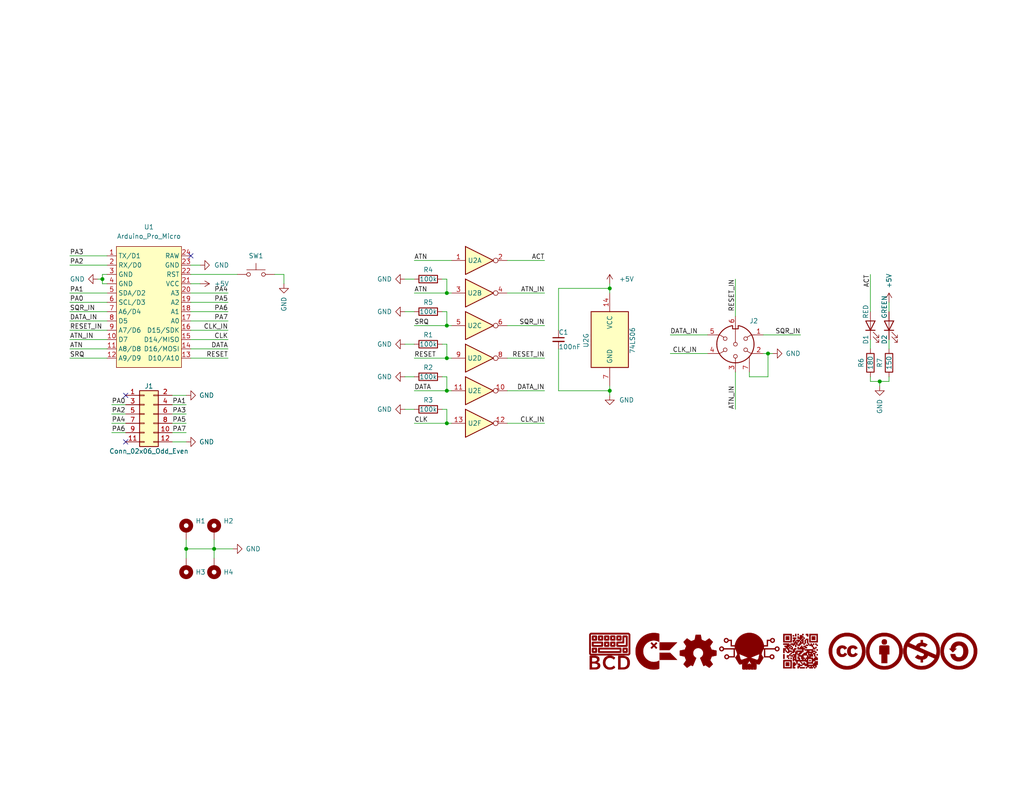
<source format=kicad_sch>
(kicad_sch (version 20211123) (generator eeschema)
  (paper "USLetter")
  (title_block (title "XUM-1541") (date "2022-03-27") (rev "1") (company "Beaupré Circuit Design") (comment 1 "https://github.com/orgs/Beaupre-Circuit-Design/"))
  (lib_symbols
    (symbol "74xx:74LS06" (pin_names (offset 1.016))
      (property "Reference" "U" (at 0 1.27 0))
      (property "Value" "74LS06" (at 0 -1.27 0))
      (symbol "74LS06_1_0"
        (pin input line (at -7.62 0 0) (length 3.81) (name "~") (number "1"))
        (pin open_collector inverted (at 7.62 0 180) (length 3.81) (name "~") (number "2"))
      )
      (symbol "74LS06_2_0"
        (pin input line (at -7.62 0 0) (length 3.81) (name "~") (number "3"))
        (pin open_collector inverted (at 7.62 0 180) (length 3.81) (name "~") (number "4"))
      )
      (symbol "74LS06_3_0"
        (pin input line (at -7.62 0 0) (length 3.81) (name "~") (number "5"))
        (pin open_collector inverted (at 7.62 0 180) (length 3.81) (name "~") (number "6"))
      )
      (symbol "74LS06_4_0"
        (pin open_collector inverted (at 7.62 0 180) (length 3.81) (name "~") (number "8"))
        (pin input line (at -7.62 0 0) (length 3.81) (name "~") (number "9"))
      )
      (symbol "74LS06_5_0"
        (pin open_collector inverted (at 7.62 0 180) (length 3.81) (name "~") (number "10"))
        (pin input line (at -7.62 0 0) (length 3.81) (name "~") (number "11"))
      )
      (symbol "74LS06_6_0"
        (pin open_collector inverted (at 7.62 0 180) (length 3.81) (name "~") (number "12"))
        (pin input line (at -7.62 0 0) (length 3.81) (name "~") (number "13"))
      )
      (symbol "74LS06_7_0"
        (pin power_in line (at 0 12.7 270) (length 5.08) (name "VCC") (number "14"))
        (pin power_in line (at 0 -12.7 90) (length 5.08) (name "GND") (number "7"))
      )
    )
    (symbol "Arduino_Pro_Micro:Arduino_Pro_Micro"
      (property "Reference" "U" (at 0 17.78 0))
      (property "Value" "Arduino_Pro_Micro" (at 0 -17.78 0))
      (symbol "Arduino_Pro_Micro_1_1"
        (pin output line (at -11.43 13.97 0) (length 2.54) (name "TX/D1") (number "1"))
        (pin bidirectional line (at -11.43 -8.89 0) (length 2.54) (name "D7") (number "10"))
        (pin bidirectional line (at -11.43 -11.43 0) (length 2.54) (name "A8/D8") (number "11"))
        (pin bidirectional line (at -11.43 -13.97 0) (length 2.54) (name "A9/D9") (number "12"))
        (pin bidirectional line (at 11.43 -13.97 180) (length 2.54) (name "D10/A10") (number "13"))
        (pin bidirectional line (at 11.43 -11.43 180) (length 2.54) (name "D16/MOSI") (number "14"))
        (pin bidirectional line (at 11.43 -8.89 180) (length 2.54) (name "D14/MISO") (number "15"))
        (pin bidirectional line (at 11.43 -6.35 180) (length 2.54) (name "D15/SDK") (number "16"))
        (pin bidirectional line (at 11.43 -3.81 180) (length 2.54) (name "A0") (number "17"))
        (pin bidirectional line (at 11.43 -1.27 180) (length 2.54) (name "A1") (number "18"))
        (pin bidirectional line (at 11.43 1.27 180) (length 2.54) (name "A2") (number "19"))
        (pin input line (at -11.43 11.43 0) (length 2.54) (name "RX/D0") (number "2"))
        (pin bidirectional line (at 11.43 3.81 180) (length 2.54) (name "A3") (number "20"))
        (pin power_out line (at 11.43 6.35 180) (length 2.54) (name "VCC") (number "21"))
        (pin input line (at 11.43 8.89 180) (length 2.54) (name "RST") (number "22"))
        (pin power_in line (at 11.43 11.43 180) (length 2.54) (name "GND") (number "23"))
        (pin power_in line (at 11.43 13.97 180) (length 2.54) (name "RAW") (number "24"))
        (pin power_out line (at -11.43 8.89 0) (length 2.54) (name "GND") (number "3"))
        (pin power_out line (at -11.43 6.35 0) (length 2.54) (name "GND") (number "4"))
        (pin bidirectional line (at -11.43 3.81 0) (length 2.54) (name "SDA/D2") (number "5"))
        (pin bidirectional line (at -11.43 1.27 0) (length 2.54) (name "SCL/D3") (number "6"))
        (pin bidirectional line (at -11.43 -1.27 0) (length 2.54) (name "A6/D4") (number "7"))
        (pin bidirectional line (at -11.43 -3.81 0) (length 2.54) (name "D5") (number "8"))
        (pin bidirectional line (at -11.43 -6.35 0) (length 2.54) (name "A7/D6") (number "9"))
      )
    )
    (symbol "BeaupreCircuitDesign:BCD_Logo" (pin_names (offset 1.016)))
    (symbol "BeaupreCircuitDesign:BDC_QR" (pin_names (offset 1.016)) (in_bom no))
    (symbol "BeaupreCircuitDesign:ChickenLips" (pin_names (offset 1.016)))
    (symbol "BeaupreCircuitDesign:OpenSource_Hardware" (pin_names (offset 1.016)))
    (symbol "BeaupreCircuitDesign:Skull" (pin_names (offset 1.016)))
    (symbol "Connector_Generic:Conn_02x06_Odd_Even" (pin_names (offset 1.016) hide)
      (property "Reference" "J" (at 1.27 7.62 0))
      (property "Value" "Conn_02x06_Odd_Even" (at 1.27 -10.16 0))
      (symbol "Conn_02x06_Odd_Even_1_1"
        (pin passive line (at -5.08 5.08 0) (length 3.81) (name "Pin_1") (number "1"))
        (pin passive line (at 7.62 -5.08 180) (length 3.81) (name "Pin_10") (number "10"))
        (pin passive line (at -5.08 -7.62 0) (length 3.81) (name "Pin_11") (number "11"))
        (pin passive line (at 7.62 -7.62 180) (length 3.81) (name "Pin_12") (number "12"))
        (pin passive line (at 7.62 5.08 180) (length 3.81) (name "Pin_2") (number "2"))
        (pin passive line (at -5.08 2.54 0) (length 3.81) (name "Pin_3") (number "3"))
        (pin passive line (at 7.62 2.54 180) (length 3.81) (name "Pin_4") (number "4"))
        (pin passive line (at -5.08 0 0) (length 3.81) (name "Pin_5") (number "5"))
        (pin passive line (at 7.62 0 180) (length 3.81) (name "Pin_6") (number "6"))
        (pin passive line (at -5.08 -2.54 0) (length 3.81) (name "Pin_7") (number "7"))
        (pin passive line (at 7.62 -2.54 180) (length 3.81) (name "Pin_8") (number "8"))
        (pin passive line (at -5.08 -5.08 0) (length 3.81) (name "Pin_9") (number "9"))
      )
    )
    (symbol "CreativeCommons:CreativeCommons" (pin_names (offset 1.016)))
    (symbol "CreativeCommons:CreativeCommons_Attribution" (pin_names (offset 1.016)))
    (symbol "CreativeCommons:CreativeCommons_NonCommercial" (pin_names (offset 1.016)))
    (symbol "CreativeCommons:CreativeCommons_ShareAlike" (pin_names (offset 1.016)))
    (symbol "DIN_45322:DIN-45322" (pin_names (offset 1.016))
      (property "Reference" "J" (at 3.175 5.715 0))
      (property "Value" "DIN-45322" (at 4.445 -4.445 0))
      (symbol "DIN-45322_1_1"
        (pin passive line (at -7.62 -2.54 0) (length 2.54) (name "~") (number "1"))
        (pin passive line (at -7.62 2.54 0) (length 2.54) (name "~") (number "2"))
        (pin passive line (at 0 7.62 270) (length 2.54) (name "~") (number "3"))
        (pin passive line (at 7.62 2.54 180) (length 2.54) (name "~") (number "4"))
        (pin passive line (at 7.62 -2.54 180) (length 2.54) (name "~") (number "5"))
        (pin passive line (at 0 -7.62 90) (length 2.54) (name "~") (number "6"))
        (pin passive line (at -3.81 7.62 270) (length 2.54) (name "~") (number "7"))
      )
    )
    (symbol "Device:C_Small" (pin_numbers hide) (pin_names (offset 0.254) hide)
      (property "Reference" "C" (at 0.254 1.778 0))
      (property "Value" "C_Small" (at 0.254 -2.032 0))
      (symbol "C_Small_1_1"
        (pin passive line (at 0 2.54 270) (length 2.032) (name "~") (number "1"))
        (pin passive line (at 0 -2.54 90) (length 2.032) (name "~") (number "2"))
      )
    )
    (symbol "Device:LED" (pin_numbers hide) (pin_names (offset 1.016) hide)
      (property "Reference" "D" (at 0 2.54 0))
      (property "Value" "LED" (at 0 -2.54 0))
      (symbol "LED_1_1"
        (pin passive line (at -3.81 0 0) (length 2.54) (name "K") (number "1"))
        (pin passive line (at 3.81 0 180) (length 2.54) (name "A") (number "2"))
      )
    )
    (symbol "Device:R" (pin_numbers hide) (pin_names (offset 0))
      (property "Reference" "R" (at 2.032 0 90))
      (property "Value" "R" (at 0 0 90))
      (symbol "R_1_1"
        (pin passive line (at 0 3.81 270) (length 1.27) (name "~") (number "1"))
        (pin passive line (at 0 -3.81 90) (length 1.27) (name "~") (number "2"))
      )
    )
    (symbol "Mechanical:MountingHole_Pad" (pin_numbers hide) (pin_names (offset 1.016) hide)
      (property "Reference" "H" (at 0 6.35 0))
      (property "Value" "MountingHole_Pad" (at 0 4.445 0))
      (symbol "MountingHole_Pad_1_1"
        (pin input line (at 0 -2.54 90) (length 2.54) (name "1") (number "1"))
      )
    )
    (symbol "Switch:SW_Push" (pin_numbers hide) (pin_names (offset 1.016) hide)
      (property "Reference" "SW" (at 1.27 2.54 0))
      (property "Value" "SW_Push" (at 0 -1.524 0))
      (symbol "SW_Push_0_1"
        (pin passive line (at -5.08 0 0) (length 2.54) (name "1") (number "1"))
        (pin passive line (at 5.08 0 180) (length 2.54) (name "2") (number "2"))
      )
    )
    (symbol "power:+5V" (power) (pin_names (offset 0))
      (property "Value" "+5V" (at 0 3.556 0))
      (symbol "+5V_1_1"
        (pin power_in line (at 0 0 90) (length 0) hide (name "+5V") (number "1"))
      )
    )
    (symbol "power:GND" (power) (pin_names (offset 0))
      (property "Value" "GND" (at 0 -3.81 0))
      (symbol "GND_1_1"
        (pin power_in line (at 0 0 270) (length 0) hide (name "GND") (number "1"))
      )
    )
  )
  (junction (at 121.92 106.68))
  (junction (at 121.92 88.9))
  (junction (at 58.42 149.86))
  (junction (at 50.8 149.86))
  (junction (at 121.92 115.57))
  (junction (at 166.37 78.74))
  (junction (at 121.92 97.79))
  (junction (at 209.55 96.52))
  (junction (at 240.03 104.14))
  (junction (at 166.37 106.68))
  (junction (at 121.92 80.01))
  (junction (at 27.94 76.2))
  (no_connect (at 52.07 69.85))
  (no_connect (at 34.29 107.95))
  (no_connect (at 34.29 120.65))
  (wire (pts (xy 242.57 95.25) (xy 242.57 92.71)))
  (wire (pts (xy 52.07 74.93) (xy 64.77 74.93)))
  (wire (pts (xy 110.49 76.2) (xy 113.03 76.2)))
  (wire (pts (xy 58.42 149.86) (xy 58.42 152.4)))
  (wire (pts (xy 121.92 80.01) (xy 123.19 80.01)))
  (wire (pts (xy 121.92 93.98) (xy 120.65 93.98)))
  (wire (pts (xy 46.99 107.95) (xy 50.8 107.95)))
  (wire (pts (xy 46.99 120.65) (xy 50.8 120.65)))
  (wire (pts (xy 110.49 102.87) (xy 113.03 102.87)))
  (wire (pts (xy 30.48 113.03) (xy 34.29 113.03)))
  (wire (pts (xy 121.92 97.79) (xy 121.92 93.98)))
  (wire (pts (xy 240.03 104.14) (xy 242.57 104.14)))
  (wire (pts (xy 19.05 90.17) (xy 29.21 90.17)))
  (wire (pts (xy 121.92 97.79) (xy 123.19 97.79)))
  (wire (pts (xy 166.37 105.41) (xy 166.37 106.68)))
  (wire (pts (xy 29.21 77.47) (xy 27.94 77.47)))
  (wire (pts (xy 46.99 115.57) (xy 50.8 115.57)))
  (wire (pts (xy 121.92 88.9) (xy 123.19 88.9)))
  (wire (pts (xy 138.43 106.68) (xy 148.59 106.68)))
  (wire (pts (xy 19.05 95.25) (xy 29.21 95.25)))
  (wire (pts (xy 46.99 110.49) (xy 50.8 110.49)))
  (wire (pts (xy 52.07 95.25) (xy 62.23 95.25)))
  (wire (pts (xy 121.92 76.2) (xy 120.65 76.2)))
  (wire (pts (xy 200.66 101.6) (xy 200.66 111.76)))
  (wire (pts (xy 26.67 76.2) (xy 27.94 76.2)))
  (wire (pts (xy 52.07 77.47) (xy 54.61 77.47)))
  (wire (pts (xy 138.43 97.79) (xy 148.59 97.79)))
  (wire (pts (xy 58.42 147.32) (xy 58.42 149.86)))
  (wire (pts (xy 19.05 92.71) (xy 29.21 92.71)))
  (wire (pts (xy 237.49 95.25) (xy 237.49 92.71)))
  (wire (pts (xy 30.48 115.57) (xy 34.29 115.57)))
  (wire (pts (xy 52.07 80.01) (xy 62.23 80.01)))
  (wire (pts (xy 30.48 110.49) (xy 34.29 110.49)))
  (wire (pts (xy 52.07 92.71) (xy 62.23 92.71)))
  (wire (pts (xy 46.99 118.11) (xy 50.8 118.11)))
  (wire (pts (xy 121.92 106.68) (xy 121.92 102.87)))
  (wire (pts (xy 242.57 102.87) (xy 242.57 104.14)))
  (wire (pts (xy 19.05 80.01) (xy 29.21 80.01)))
  (wire (pts (xy 121.92 102.87) (xy 120.65 102.87)))
  (wire (pts (xy 193.04 91.44) (xy 182.88 91.44)))
  (wire (pts (xy 200.66 86.36) (xy 200.66 76.2)))
  (wire (pts (xy 110.49 93.98) (xy 113.03 93.98)))
  (wire (pts (xy 110.49 85.09) (xy 113.03 85.09)))
  (wire (pts (xy 138.43 115.57) (xy 148.59 115.57)))
  (wire (pts (xy 121.92 88.9) (xy 121.92 85.09)))
  (wire (pts (xy 27.94 74.93) (xy 27.94 76.2)))
  (wire (pts (xy 121.92 106.68) (xy 123.19 106.68)))
  (wire (pts (xy 77.47 74.93) (xy 77.47 77.47)))
  (wire (pts (xy 19.05 87.63) (xy 29.21 87.63)))
  (wire (pts (xy 52.07 87.63) (xy 62.23 87.63)))
  (wire (pts (xy 237.49 104.14) (xy 240.03 104.14)))
  (wire (pts (xy 138.43 88.9) (xy 148.59 88.9)))
  (wire (pts (xy 19.05 85.09) (xy 29.21 85.09)))
  (wire (pts (xy 50.8 147.32) (xy 50.8 149.86)))
  (wire (pts (xy 204.47 102.87) (xy 209.55 102.87)))
  (wire (pts (xy 113.03 115.57) (xy 121.92 115.57)))
  (wire (pts (xy 138.43 71.12) (xy 148.59 71.12)))
  (wire (pts (xy 193.04 96.52) (xy 182.88 96.52)))
  (wire (pts (xy 50.8 149.86) (xy 58.42 149.86)))
  (wire (pts (xy 166.37 78.74) (xy 166.37 80.01)))
  (wire (pts (xy 209.55 96.52) (xy 210.82 96.52)))
  (wire (pts (xy 19.05 69.85) (xy 29.21 69.85)))
  (wire (pts (xy 27.94 77.47) (xy 27.94 76.2)))
  (wire (pts (xy 152.4 95.25) (xy 152.4 106.68)))
  (wire (pts (xy 121.92 80.01) (xy 121.92 76.2)))
  (wire (pts (xy 208.28 91.44) (xy 218.44 91.44)))
  (wire (pts (xy 29.21 74.93) (xy 27.94 74.93)))
  (wire (pts (xy 242.57 85.09) (xy 242.57 82.55)))
  (wire (pts (xy 50.8 149.86) (xy 50.8 152.4)))
  (wire (pts (xy 121.92 115.57) (xy 123.19 115.57)))
  (wire (pts (xy 52.07 72.39) (xy 54.61 72.39)))
  (wire (pts (xy 46.99 113.03) (xy 50.8 113.03)))
  (wire (pts (xy 208.28 96.52) (xy 209.55 96.52)))
  (wire (pts (xy 52.07 85.09) (xy 62.23 85.09)))
  (wire (pts (xy 113.03 80.01) (xy 121.92 80.01)))
  (wire (pts (xy 121.92 111.76) (xy 120.65 111.76)))
  (wire (pts (xy 237.49 85.09) (xy 237.49 74.93)))
  (wire (pts (xy 113.03 106.68) (xy 121.92 106.68)))
  (wire (pts (xy 30.48 118.11) (xy 34.29 118.11)))
  (wire (pts (xy 52.07 90.17) (xy 62.23 90.17)))
  (wire (pts (xy 113.03 88.9) (xy 121.92 88.9)))
  (wire (pts (xy 110.49 111.76) (xy 113.03 111.76)))
  (wire (pts (xy 52.07 82.55) (xy 62.23 82.55)))
  (wire (pts (xy 166.37 77.47) (xy 166.37 78.74)))
  (wire (pts (xy 209.55 102.87) (xy 209.55 96.52)))
  (wire (pts (xy 152.4 78.74) (xy 166.37 78.74)))
  (wire (pts (xy 19.05 97.79) (xy 29.21 97.79)))
  (wire (pts (xy 121.92 115.57) (xy 121.92 111.76)))
  (wire (pts (xy 19.05 82.55) (xy 29.21 82.55)))
  (wire (pts (xy 121.92 85.09) (xy 120.65 85.09)))
  (wire (pts (xy 58.42 149.86) (xy 63.5 149.86)))
  (wire (pts (xy 240.03 105.41) (xy 240.03 104.14)))
  (wire (pts (xy 237.49 102.87) (xy 237.49 104.14)))
  (wire (pts (xy 74.93 74.93) (xy 77.47 74.93)))
  (wire (pts (xy 52.07 97.79) (xy 62.23 97.79)))
  (wire (pts (xy 113.03 97.79) (xy 121.92 97.79)))
  (wire (pts (xy 152.4 90.17) (xy 152.4 78.74)))
  (wire (pts (xy 138.43 80.01) (xy 148.59 80.01)))
  (wire (pts (xy 152.4 106.68) (xy 166.37 106.68)))
  (wire (pts (xy 19.05 72.39) (xy 29.21 72.39)))
  (wire (pts (xy 113.03 71.12) (xy 123.19 71.12)))
  (wire (pts (xy 204.47 101.6) (xy 204.47 102.87)))
  (wire (pts (xy 166.37 106.68) (xy 166.37 107.95)))
  (label "SQR_IN" (at 19.05 85.09 0))
  (label "PA7" (at 50.8 118.11 180))
  (label "CLK" (at 113.03 115.57 0))
  (label "RESET_IN" (at 200.66 76.2 270))
  (label "ATN_IN" (at 19.05 92.71 0))
  (label "ACT" (at 237.49 74.93 270))
  (label "PA4" (at 30.48 115.57 0))
  (label "PA6" (at 30.48 118.11 0))
  (label "CLK_IN" (at 183.515 96.52 0))
  (label "PA4" (at 62.23 80.01 180))
  (label "PA3" (at 19.05 69.85 0))
  (label "DATA" (at 62.23 95.25 180))
  (label "PA5" (at 50.8 115.57 180))
  (label "PA6" (at 62.23 85.09 180))
  (label "CLK_IN" (at 148.59 115.57 180))
  (label "PA0" (at 30.48 110.49 0))
  (label "ATN" (at 113.03 80.01 0))
  (label "SRQ" (at 19.05 97.79 0))
  (label "DATA" (at 113.03 106.68 0))
  (label "PA2" (at 19.05 72.39 0))
  (label "RESET_IN" (at 148.59 97.79 180))
  (label "ATN" (at 19.05 95.25 0))
  (label "ATN_IN" (at 200.66 111.76 90))
  (label "DATA_IN" (at 182.88 91.44 0))
  (label "PA7" (at 62.23 87.63 180))
  (label "ATN_IN" (at 148.59 80.01 180))
  (label "PA2" (at 30.48 113.03 0))
  (label "SQR_IN" (at 218.44 91.44 180))
  (label "ACT" (at 148.59 71.12 180))
  (label "PA3" (at 50.8 113.03 180))
  (label "PA0" (at 19.05 82.55 0))
  (label "PA1" (at 50.8 110.49 180))
  (label "DATA_IN" (at 19.05 87.63 0))
  (label "SRQ" (at 113.03 88.9 0))
  (label "SQR_IN" (at 148.59 88.9 180))
  (label "CLK_IN" (at 62.23 90.17 180))
  (label "ATN" (at 113.03 71.12 0))
  (label "PA1" (at 19.05 80.01 0))
  (label "DATA_IN" (at 148.59 106.68 180))
  (label "PA5" (at 62.23 82.55 180))
  (label "RESET" (at 62.23 97.79 180))
  (label "RESET_IN" (at 19.05 90.17 0))
  (label "RESET" (at 113.03 97.79 0))
  (label "CLK" (at 62.23 92.71 180))
  (symbol (lib_id "Arduino_Pro_Micro:Arduino_Pro_Micro") (at 40.64 83.82 0) (unit 1)
    (property "Reference" "U1" (at 40.64 61.976 0))
    (property "Value" "Arduino_Pro_Micro" (at 40.64 64.516 0))
    (property "Footprint" "Arduino_Pro_Micro:Arduino_Pro_Micro" (effects hide))
    (property "Datasheet" "https://github.com/sparkfun/Pro_Micro" (effects hide))
    (property "Description" "SparkFun Arduino Pro Micro ATmega32U4" (effects hide))
    (property "Manufacturer" "SparkFun" (effects hide))
    (property "Mfr.Part" "DEV-12640" (effects hide))
    (property "AliExpress" "32768308647" (effects hide))
  )
  (symbol (lib_id "CreativeCommons:CreativeCommons_Attribution") (at 241.3 177.8 0) (unit 1) (in_bom no)
    (property "Reference" "G6" (effects hide))
    (property "Value" "CreativeCommons_Attribution" (effects hide))
    (property "Footprint" "Creative_Common:CreativeCommons_Attribution_5mm" (effects hide))
  )
  (symbol (lib_id "Connector_Generic:Conn_02x06_Odd_Even") (at 39.37 113.03 0) (unit 1)
    (property "Reference" "J1" (at 40.64 105.41 0))
    (property "Value" "Conn_02x06_Odd_Even" (at 40.64 123.19 0))
    (property "Footprint" "Connector_PinHeader_2.54mm:PinHeader_2x06_P2.54mm_Horizontal" (effects hide))
    (property "Datasheet" "https://datasheet.lcsc.com/lcsc/2003091512_XFCN-PZ254R-12-12P_C492434.pdf" (effects hide))
    (property "Description" "Shrouded Square Pins 2.5mm 6mm 2x6 Pin Headers Righ Angle" (effects hide))
    (property "LCSC" "C492434" (effects hide))
    (property "Manufacturer" "XFCN" (effects hide))
    (property "Mfr.Part" "PZ254R-12-12P" (effects hide))
  )
  (symbol (lib_id "Device:R") (at 116.84 93.98 90) (unit 1)
    (property "Reference" "R1" (at 116.84 91.44 90))
    (property "Value" "100k" (at 116.84 93.98 90))
    (property "Footprint" "Resistor_THT:R_Axial_DIN0207_L6.3mm_D2.5mm_P2.54mm_Vertical" (effects hide))
    (property "Datasheet" "https://datasheet.lcsc.com/lcsc/1810161350_UNI-ROYAL-Uniroyal-Elec-MFR0W4F1000A50_C57438.pdf" (effects hide))
    (property "Description" "Metal Film Resistors 100kΩ ±1% 250mW ±50ppm/℃ Axial Leaded Through Hole Resistors" (effects hide))
    (property "LCSC" "C58597" (effects hide))
    (property "Manufacturer" "Uniroyal Elec" (effects hide))
    (property "Mfr.Part" "MFR0W4F1003A50" (effects hide))
  )
  (symbol (lib_id "74xx:74LS06") (at 130.81 80.01 0) (unit 2)
    (property "Reference" "U2" (at 129.54 80.01 0))
    (property "Value" "74LS06" (effects hide))
    (property "Footprint" "Package_DIP:DIP-14_W7.62mm_Socket" (effects hide))
    (property "Datasheet" "http://www.ti.com/lit/gpn/sn74LS06" (effects hide))
    (property "Description" "DIP-14 Inverters" (effects hide))
    (property "LCSC" "C21803" (effects hide))
    (property "Manufacturer" "Texas Instruments" (effects hide))
    (property "Mfr.Part" "SN74LS06N" (effects hide))
  )
  (symbol (lib_id "Device:LED") (at 242.57 88.9 90) (unit 1)
    (property "Reference" "D2" (at 241.3 92.71 0))
    (property "Value" "GREEN" (at 241.3 83.82 0))
    (property "Footprint" "LED_THT:LED_D5.0mm" (effects hide))
    (property "Datasheet" "https://datasheet.lcsc.com/lcsc/2109251830_PARALIGHT-L-513GD_C2895169.pdf" (effects hide))
    (property "Description" "Light Emitting Diodes Green Diffused 5mm 20mA/2.2V" (effects hide))
    (property "LCSC" "C2895169" (effects hide))
    (property "Manufacturer" "PARALIGHT" (effects hide))
    (property "Mfr.Part" "L-513GD" (effects hide))
  )
  (symbol (lib_id "power:GND") (at 210.82 96.52 90) (unit 1)
    (property "Reference" "#PWR013" (effects hide))
    (property "Value" "GND" (at 218.44 96.52 90) (effects (justify left)))
  )
  (symbol (lib_id "Mechanical:MountingHole_Pad") (at 50.8 144.78 0) (unit 1) (in_bom no)
    (property "Reference" "H1" (at 53.34 142.2399 0) (effects (justify left)))
    (property "Value" "MountingHole_Pad" (effects hide))
    (property "Footprint" "MountingHole:MountingHole_2.7mm_Pad_TopBottom" (effects hide))
  )
  (symbol (lib_id "power:GND") (at 240.03 105.41 0) (unit 1)
    (property "Reference" "#PWR014" (effects hide))
    (property "Value" "GND" (at 240.03 113.03 90) (effects (justify left)))
  )
  (symbol (lib_id "power:GND") (at 63.5 149.86 90) (unit 1)
    (property "Reference" "#PWR0102" (effects hide))
    (property "Value" "GND" (at 71.12 149.86 90) (effects (justify left)))
  )
  (symbol (lib_id "power:GND") (at 110.49 111.76 270) (unit 1)
    (property "Reference" "#PWR010" (effects hide))
    (property "Value" "GND" (at 102.87 111.76 90) (effects (justify left)))
  )
  (symbol (lib_id "power:GND") (at 110.49 93.98 270) (unit 1)
    (property "Reference" "#PWR08" (effects hide))
    (property "Value" "GND" (at 102.87 93.98 90) (effects (justify left)))
  )
  (symbol (lib_id "CreativeCommons:CreativeCommons") (at 231.14 177.8 0) (unit 1) (in_bom no)
    (property "Reference" "G5" (effects hide))
    (property "Value" "CreativeCommons" (effects hide))
    (property "Footprint" "Creative_Common:CreativeCommons_5mm" (effects hide))
  )
  (symbol (lib_id "Mechanical:MountingHole_Pad") (at 58.42 144.78 0) (unit 1) (in_bom no)
    (property "Reference" "H2" (at 60.96 142.2399 0) (effects (justify left)))
    (property "Value" "MountingHole_Pad" (effects hide))
    (property "Footprint" "MountingHole:MountingHole_2.7mm_Pad_TopBottom" (effects hide))
  )
  (symbol (lib_id "power:GND") (at 77.47 77.47 0) (unit 1)
    (property "Reference" "#PWR0101" (effects hide))
    (property "Value" "GND" (at 77.47 85.09 90) (effects (justify left)))
  )
  (symbol (lib_id "Device:R") (at 116.84 111.76 90) (unit 1)
    (property "Reference" "R3" (at 116.84 109.22 90))
    (property "Value" "100k" (at 116.84 111.76 90))
    (property "Footprint" "Resistor_THT:R_Axial_DIN0207_L6.3mm_D2.5mm_P2.54mm_Vertical" (effects hide))
    (property "Datasheet" "https://datasheet.lcsc.com/lcsc/1810161350_UNI-ROYAL-Uniroyal-Elec-MFR0W4F1000A50_C57438.pdf" (effects hide))
    (property "Description" "Metal Film Resistors 100kΩ ±1% 250mW ±50ppm/℃ Axial Leaded Through Hole Resistors" (effects hide))
    (property "LCSC" "C58597" (effects hide))
    (property "Manufacturer" "Uniroyal Elec" (effects hide))
    (property "Mfr.Part" "MFR0W4F1003A50" (effects hide))
  )
  (symbol (lib_id "BeaupreCircuitDesign:Skull") (at 204.47 177.8 0) (unit 1) (in_bom no)
    (property "Reference" "G4" (effects hide))
    (property "Value" "Skull" (effects hide))
    (property "Footprint" "BeaupreCircuitDesign:Skull_5mm" (effects hide))
  )
  (symbol (lib_id "power:+5V") (at 166.37 77.47 0) (unit 1)
    (property "Reference" "#PWR011" (effects hide))
    (property "Value" "+5V" (at 168.91 76.1999 0) (effects (justify left)))
  )
  (symbol (lib_id "power:GND") (at 110.49 102.87 270) (unit 1)
    (property "Reference" "#PWR09" (effects hide))
    (property "Value" "GND" (at 102.87 102.87 90) (effects (justify left)))
  )
  (symbol (lib_id "CreativeCommons:CreativeCommons_NonCommercial") (at 251.46 177.8 0) (unit 1) (in_bom no)
    (property "Reference" "G7" (effects hide))
    (property "Value" "CreativeCommons_NonCommercial" (effects hide))
    (property "Footprint" "Creative_Common:CreativeCommons_NonCommercial_5mm" (effects hide))
  )
  (symbol (lib_id "Device:R") (at 116.84 76.2 90) (unit 1)
    (property "Reference" "R4" (at 116.84 73.66 90))
    (property "Value" "100k" (at 116.84 76.2 90))
    (property "Footprint" "Resistor_THT:R_Axial_DIN0207_L6.3mm_D2.5mm_P2.54mm_Vertical" (effects hide))
    (property "Datasheet" "https://datasheet.lcsc.com/lcsc/1810161350_UNI-ROYAL-Uniroyal-Elec-MFR0W4F1000A50_C57438.pdf" (effects hide))
    (property "Description" "Metal Film Resistors 100kΩ ±1% 250mW ±50ppm/℃ Axial Leaded Through Hole Resistors" (effects hide))
    (property "LCSC" "C58597" (effects hide))
    (property "Manufacturer" "Uniroyal Elec" (effects hide))
    (property "Mfr.Part" "MFR0W4F1003A50" (effects hide))
  )
  (symbol (lib_id "Device:LED") (at 237.49 88.9 90) (unit 1)
    (property "Reference" "D1" (at 236.22 92.71 0))
    (property "Value" "RED" (at 236.22 85.09 0))
    (property "Footprint" "LED_THT:LED_D5.0mm" (effects hide))
    (property "Datasheet" "https://datasheet.lcsc.com/lcsc/2109251830_PARALIGHT-L-513ID_C2895168.pdf" (effects hide))
    (property "Description" "Light Emitting Diodes Red Diffused 5mm 20mA/1.9V" (effects hide))
    (property "LCSC" "C2895168" (effects hide))
    (property "Manufacturer" "PARALIGHT" (effects hide))
    (property "Mfr.Part" "L-513ID" (effects hide))
  )
  (symbol (lib_id "Device:C_Small") (at 152.4 92.71 0) (unit 1)
    (property "Reference" "C1" (at 152.4 91.44 0) (effects (justify left bottom)))
    (property "Value" "100nF" (at 152.4 93.98 0) (effects (justify left top)))
    (property "Footprint" "Capacitor_THT:C_Disc_D5.0mm_W2.5mm_P2.50mm" (effects hide))
    (property "Datasheet" "https://datasheet.lcsc.com/lcsc/2110081130_Dersonic-CC1H104ZA1PD3F5P3003_C353903.pdf" (effects hide))
    (property "Description" "Ceramic Disc Capacitors 100nF -20%~+80% Y5V 2.54mm 50V Radial Leaded" (effects hide))
    (property "LCSC" "C353903" (effects hide))
    (property "Manufacturer" "Dersonic " (effects hide))
    (property "Mfr.Part" "CC1H104ZA1PD3F5P3003" (effects hide))
  )
  (symbol (lib_id "power:GND") (at 166.37 107.95 0) (unit 1)
    (property "Reference" "#PWR012" (effects hide))
    (property "Value" "GND" (at 168.91 109.2199 0) (effects (justify left)))
  )
  (symbol (lib_id "DIN_45322:DIN-45322") (at 200.66 93.98 180) (unit 1)
    (property "Reference" "J2" (at 204.47 87.63 0) (effects (justify right)))
    (property "Value" "DIN-45322" (effects hide))
    (property "Footprint" "DIN_45322:DIN_45322" (effects hide))
    (property "Datasheet" "https://www.aliexpress.com/item/1005001265863686.html" (effects hide))
    (property "AliExpress" "1005001265863686" (effects hide))
    (property "Description" "6 pin (240°) DIN 45322/60130-9 IEC-17 " (effects hide))
  )
  (symbol (lib_id "CreativeCommons:CreativeCommons_ShareAlike") (at 261.62 177.8 0) (unit 1) (in_bom no)
    (property "Reference" "G8" (effects hide))
    (property "Value" "CreativeCommons_ShareAlike" (effects hide))
    (property "Footprint" "Creative_Common:CreativeCommons_ShareAlike_5mm" (effects hide))
  )
  (symbol (lib_id "power:GND") (at 50.8 107.95 90) (unit 1)
    (property "Reference" "#PWR0103" (effects hide))
    (property "Value" "GND" (at 58.42 107.95 90) (effects (justify left)))
  )
  (symbol (lib_id "74xx:74LS06") (at 130.81 71.12 0) (unit 1)
    (property "Reference" "U2" (at 129.54 71.12 0))
    (property "Value" "74LS06" (effects hide))
    (property "Footprint" "Package_DIP:DIP-14_W7.62mm_Socket" (effects hide))
    (property "Datasheet" "http://www.ti.com/lit/gpn/sn74LS06" (effects hide))
    (property "Description" "DIP-14 Inverters" (effects hide))
    (property "LCSC" "C21803" (effects hide))
    (property "Manufacturer" "Texas Instruments" (effects hide))
    (property "Mfr.Part" "SN74LS06N" (effects hide))
  )
  (symbol (lib_id "Switch:SW_Push") (at 69.85 74.93 0) (unit 1)
    (property "Reference" "SW1" (at 69.85 69.85 0))
    (property "Value" "SW_Push" (effects hide))
    (property "Footprint" "Button_Switch_THT:SW_PUSH_6mm" (effects hide))
    (property "Datasheet" "https://www.aliexpress.com/item/1005001806156574.html" (effects hide))
    (property "AliExpress" "1005001806156574" (effects hide))
    (property "Description" "Micro-Switch 6x6mm" (effects hide))
  )
  (symbol (lib_id "Device:R") (at 237.49 99.06 180) (unit 1)
    (property "Reference" "R6" (at 234.95 99.06 90))
    (property "Value" "180" (at 237.49 99.06 90))
    (property "Footprint" "Resistor_THT:R_Axial_DIN0207_L6.3mm_D2.5mm_P2.54mm_Vertical" (effects hide))
    (property "Datasheet" "https://datasheet.lcsc.com/lcsc/1810161317_UNI-ROYAL-Uniroyal-Elec-MFR0W4F1800A50_C58665.pdf" (effects hide))
    (property "Description" "Metal Film Resistors 180Ω ±1% 250mW ±50ppm/℃ Axial Leaded Through Hole Resistors" (effects hide))
    (property "LCSC" "C58665" (effects hide))
    (property "Manufacturer" "Uniroyal Elec" (effects hide))
    (property "Mfr.Part" "MFR0W4F1800A50" (effects hide))
  )
  (symbol (lib_id "power:GND") (at 110.49 85.09 270) (unit 1)
    (property "Reference" "#PWR07" (effects hide))
    (property "Value" "GND" (at 102.87 85.09 90) (effects (justify left)))
  )
  (symbol (lib_id "74xx:74LS06") (at 130.81 106.68 0) (unit 5)
    (property "Reference" "U2" (at 129.54 106.68 0))
    (property "Value" "74LS06" (effects hide))
    (property "Footprint" "Package_DIP:DIP-14_W7.62mm_Socket" (effects hide))
    (property "Datasheet" "http://www.ti.com/lit/gpn/sn74LS06" (effects hide))
    (property "Description" "DIP-14 Inverters" (effects hide))
    (property "LCSC" "C21803" (effects hide))
    (property "Manufacturer" "Texas Instruments" (effects hide))
    (property "Mfr.Part" "SN74LS06N" (effects hide))
  )
  (symbol (lib_id "Device:R") (at 116.84 85.09 90) (unit 1)
    (property "Reference" "R5" (at 116.84 82.55 90))
    (property "Value" "100k" (at 116.84 85.09 90))
    (property "Footprint" "Resistor_THT:R_Axial_DIN0207_L6.3mm_D2.5mm_P2.54mm_Vertical" (effects hide))
    (property "Datasheet" "https://datasheet.lcsc.com/lcsc/1810161350_UNI-ROYAL-Uniroyal-Elec-MFR0W4F1000A50_C57438.pdf" (effects hide))
    (property "Description" "Metal Film Resistors 100kΩ ±1% 250mW ±50ppm/℃ Axial Leaded Through Hole Resistors" (effects hide))
    (property "LCSC" "C58597" (effects hide))
    (property "Manufacturer" "Uniroyal Elec" (effects hide))
    (property "Mfr.Part" "MFR0W4F1003A50" (effects hide))
  )
  (symbol (lib_id "74xx:74LS06") (at 130.81 88.9 0) (unit 3)
    (property "Reference" "U2" (at 129.54 88.9 0))
    (property "Value" "74LS06" (effects hide))
    (property "Footprint" "Package_DIP:DIP-14_W7.62mm_Socket" (effects hide))
    (property "Datasheet" "http://www.ti.com/lit/gpn/sn74LS06" (effects hide))
    (property "Description" "DIP-14 Inverters" (effects hide))
    (property "LCSC" "C21803" (effects hide))
    (property "Manufacturer" "Texas Instruments" (effects hide))
    (property "Mfr.Part" "SN74LS06N" (effects hide))
  )
  (symbol (lib_id "74xx:74LS06") (at 166.37 92.71 0) (unit 7)
    (property "Reference" "U2" (at 159.893 92.964 90))
    (property "Value" "74LS06" (at 172.593 92.964 90))
    (property "Footprint" "Package_DIP:DIP-14_W7.62mm_Socket" (effects hide))
    (property "Datasheet" "http://www.ti.com/lit/gpn/sn74LS06" (effects hide))
    (property "Description" "DIP-14 Inverters" (effects hide))
    (property "LCSC" "C21803" (effects hide))
    (property "Manufacturer" "Texas Instruments" (effects hide))
    (property "Mfr.Part" "SN74LS06N" (effects hide))
  )
  (symbol (lib_id "BeaupreCircuitDesign:BCD_Logo") (at 166.37 177.8 0) (unit 1) (in_bom no)
    (property "Reference" "G1" (effects hide))
    (property "Value" "BCD_Logo" (effects hide))
    (property "Footprint" "BeaupreCircuitDesign:BCD_Logo_5mm" (effects hide))
  )
  (symbol (lib_id "power:+5V") (at 54.61 77.47 270) (unit 1)
    (property "Reference" "#PWR04" (effects hide))
    (property "Value" "+5V" (at 58.42 77.4699 90) (effects (justify left)))
  )
  (symbol (lib_id "power:GND") (at 110.49 76.2 270) (unit 1)
    (property "Reference" "#PWR06" (effects hide))
    (property "Value" "GND" (at 102.87 76.2 90) (effects (justify left)))
  )
  (symbol (lib_id "power:+5V") (at 242.57 82.55 0) (unit 1)
    (property "Reference" "#PWR015" (effects hide))
    (property "Value" "+5V" (at 242.5699 78.74 90) (effects (justify left)))
  )
  (symbol (lib_id "Mechanical:MountingHole_Pad") (at 50.8 154.94 180) (unit 1) (in_bom no)
    (property "Reference" "H3" (at 53.34 156.2099 0) (effects (justify right)))
    (property "Value" "MountingHole_Pad" (effects hide))
    (property "Footprint" "MountingHole:MountingHole_2.7mm_Pad_TopBottom" (effects hide))
  )
  (symbol (lib_id "BeaupreCircuitDesign:ChickenLips") (at 179.07 177.8 0) (unit 1) (in_bom no)
    (property "Reference" "G2" (effects hide))
    (property "Value" "ChickenLips" (effects hide))
    (property "Footprint" "BeaupreCircuitDesign:ChickenLips_5mm" (effects hide))
  )
  (symbol (lib_id "power:GND") (at 54.61 72.39 90) (unit 1)
    (property "Reference" "#PWR03" (effects hide))
    (property "Value" "GND" (at 58.42 72.3899 90) (effects (justify right)))
  )
  (symbol (lib_id "Device:R") (at 242.57 99.06 180) (unit 1)
    (property "Reference" "R7" (at 240.03 99.06 90))
    (property "Value" "150" (at 242.57 99.06 90))
    (property "Footprint" "Resistor_THT:R_Axial_DIN0207_L6.3mm_D2.5mm_P2.54mm_Vertical" (effects hide))
    (property "Datasheet" "https://datasheet.lcsc.com/lcsc/1810271810_UNI-ROYAL-Uniroyal-Elec-MFR0W4F1500A50_C58668.pdf" (effects hide))
    (property "Description" "Metal Film Resistors 150Ω ±1% 250mW ±50ppm/℃ Axial Leaded Through Hole Resistors" (effects hide))
    (property "LCSC" "C58668" (effects hide))
    (property "Manufacturer" "Uniroyal Elec" (effects hide))
    (property "Mfr.Part" "MFR0W4F1500A50" (effects hide))
  )
  (symbol (lib_id "Mechanical:MountingHole_Pad") (at 58.42 154.94 180) (unit 1) (in_bom no)
    (property "Reference" "H4" (at 60.96 156.2099 0) (effects (justify right)))
    (property "Value" "MountingHole_Pad" (effects hide))
    (property "Footprint" "MountingHole:MountingHole_2.7mm_Pad_TopBottom" (effects hide))
  )
  (symbol (lib_id "74xx:74LS06") (at 130.81 97.79 0) (unit 4)
    (property "Reference" "U2" (at 129.54 97.79 0))
    (property "Value" "74LS06" (effects hide))
    (property "Footprint" "Package_DIP:DIP-14_W7.62mm_Socket" (effects hide))
    (property "Datasheet" "http://www.ti.com/lit/gpn/sn74LS06" (effects hide))
    (property "Description" "DIP-14 Inverters" (effects hide))
    (property "LCSC" "C21803" (effects hide))
    (property "Manufacturer" "Texas Instruments" (effects hide))
    (property "Mfr.Part" "SN74LS06N" (effects hide))
  )
  (symbol (lib_id "power:GND") (at 50.8 120.65 90) (unit 1)
    (property "Reference" "#PWR05" (effects hide))
    (property "Value" "GND" (at 58.42 120.65 90) (effects (justify left)))
  )
  (symbol (lib_id "Device:R") (at 116.84 102.87 90) (unit 1)
    (property "Reference" "R2" (at 116.84 100.33 90))
    (property "Value" "100k" (at 116.84 102.87 90))
    (property "Footprint" "Resistor_THT:R_Axial_DIN0207_L6.3mm_D2.5mm_P2.54mm_Vertical" (effects hide))
    (property "Datasheet" "https://datasheet.lcsc.com/lcsc/1810161350_UNI-ROYAL-Uniroyal-Elec-MFR0W4F1000A50_C57438.pdf" (effects hide))
    (property "Description" "Metal Film Resistors 100kΩ ±1% 250mW ±50ppm/℃ Axial Leaded Through Hole Resistors" (effects hide))
    (property "LCSC" "C58597" (effects hide))
    (property "Manufacturer" "Uniroyal Elec" (effects hide))
    (property "Mfr.Part" "MFR0W4F1003A50" (effects hide))
  )
  (symbol (lib_id "BeaupreCircuitDesign:BDC_QR") (at 218.44 177.8 0) (unit 1) (in_bom no)
    (property "Reference" "G9" (effects hide))
    (property "Value" "BDC_QR" (effects hide))
    (property "Footprint" "BeaupreCircuitDesign:BDC_QR_10mm" (effects hide))
  )
  (symbol (lib_id "74xx:74LS06") (at 130.81 115.57 0) (unit 6)
    (property "Reference" "U2" (at 129.54 115.57 0))
    (property "Value" "74LS06" (effects hide))
    (property "Footprint" "Package_DIP:DIP-14_W7.62mm_Socket" (effects hide))
    (property "Datasheet" "http://www.ti.com/lit/gpn/sn74LS06" (effects hide))
    (property "Description" "DIP-14 Inverters" (effects hide))
    (property "LCSC" "C21803" (effects hide))
    (property "Manufacturer" "Texas Instruments" (effects hide))
    (property "Mfr.Part" "SN74LS06N" (effects hide))
  )
  (symbol (lib_id "power:GND") (at 26.67 76.2 270) (unit 1)
    (property "Reference" "#PWR02" (effects hide))
    (property "Value" "GND" (at 19.05 76.2 90) (effects (justify left)))
  )
  (symbol (lib_id "BeaupreCircuitDesign:OpenSource_Hardware") (at 190.5 177.8 0) (unit 1) (in_bom no)
    (property "Reference" "G3" (effects hide))
    (property "Value" "OpenSource_Hardware" (effects hide))
    (property "Footprint" "BeaupreCircuitDesign:Open_Source_Hardware_5mm" (effects hide))
  )
)
</source>
